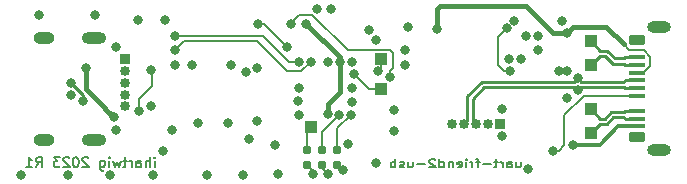
<source format=gbr>
%TF.GenerationSoftware,KiCad,Pcbnew,7.0.2-0*%
%TF.CreationDate,2023-12-30T15:56:12-08:00*%
%TF.ProjectId,uart-friend2-usb,75617274-2d66-4726-9965-6e64322d7573,rev?*%
%TF.SameCoordinates,PX7735940PY6e263e0*%
%TF.FileFunction,Copper,L4,Bot*%
%TF.FilePolarity,Positive*%
%FSLAX46Y46*%
G04 Gerber Fmt 4.6, Leading zero omitted, Abs format (unit mm)*
G04 Created by KiCad (PCBNEW 7.0.2-0) date 2023-12-30 15:56:12*
%MOMM*%
%LPD*%
G01*
G04 APERTURE LIST*
G04 Aperture macros list*
%AMRoundRect*
0 Rectangle with rounded corners*
0 $1 Rounding radius*
0 $2 $3 $4 $5 $6 $7 $8 $9 X,Y pos of 4 corners*
0 Add a 4 corners polygon primitive as box body*
4,1,4,$2,$3,$4,$5,$6,$7,$8,$9,$2,$3,0*
0 Add four circle primitives for the rounded corners*
1,1,$1+$1,$2,$3*
1,1,$1+$1,$4,$5*
1,1,$1+$1,$6,$7*
1,1,$1+$1,$8,$9*
0 Add four rect primitives between the rounded corners*
20,1,$1+$1,$2,$3,$4,$5,0*
20,1,$1+$1,$4,$5,$6,$7,0*
20,1,$1+$1,$6,$7,$8,$9,0*
20,1,$1+$1,$8,$9,$2,$3,0*%
G04 Aperture macros list end*
%ADD10C,0.152400*%
%TA.AperFunction,NonConductor*%
%ADD11C,0.152400*%
%TD*%
%TA.AperFunction,ComponentPad*%
%ADD12O,2.100000X1.000000*%
%TD*%
%TA.AperFunction,ComponentPad*%
%ADD13O,1.800000X1.000000*%
%TD*%
%TA.AperFunction,SMDPad,CuDef*%
%ADD14R,1.000000X1.000000*%
%TD*%
%TA.AperFunction,ComponentPad*%
%ADD15R,0.850000X0.850000*%
%TD*%
%TA.AperFunction,ComponentPad*%
%ADD16O,0.850000X0.850000*%
%TD*%
%TA.AperFunction,ConnectorPad*%
%ADD17C,0.784860*%
%TD*%
%TA.AperFunction,SMDPad,CuDef*%
%ADD18RoundRect,0.095000X-0.575000X0.095000X-0.575000X-0.095000X0.575000X-0.095000X0.575000X0.095000X0*%
%TD*%
%TA.AperFunction,ComponentPad*%
%ADD19O,2.030000X1.000000*%
%TD*%
%TA.AperFunction,SMDPad,CuDef*%
%ADD20RoundRect,0.095000X-0.575000X0.305000X-0.575000X-0.305000X0.575000X-0.305000X0.575000X0.305000X0*%
%TD*%
%TA.AperFunction,ViaPad*%
%ADD21C,0.812800*%
%TD*%
%TA.AperFunction,Conductor*%
%ADD22C,0.203200*%
%TD*%
%TA.AperFunction,Conductor*%
%ADD23C,0.304800*%
%TD*%
%TA.AperFunction,Conductor*%
%ADD24C,0.457200*%
%TD*%
%TA.AperFunction,Conductor*%
%ADD25C,0.266700*%
%TD*%
%TA.AperFunction,Conductor*%
%ADD26C,0.254000*%
%TD*%
G04 APERTURE END LIST*
D10*
D11*
X42683333Y1802334D02*
X42683333Y1335667D01*
X43047619Y1802334D02*
X43047619Y1435667D01*
X43047619Y1435667D02*
X43007142Y1369000D01*
X43007142Y1369000D02*
X42926190Y1335667D01*
X42926190Y1335667D02*
X42804761Y1335667D01*
X42804761Y1335667D02*
X42723809Y1369000D01*
X42723809Y1369000D02*
X42683333Y1402334D01*
X41914285Y1335667D02*
X41914285Y1702334D01*
X41914285Y1702334D02*
X41954761Y1769000D01*
X41954761Y1769000D02*
X42035713Y1802334D01*
X42035713Y1802334D02*
X42197618Y1802334D01*
X42197618Y1802334D02*
X42278571Y1769000D01*
X41914285Y1369000D02*
X41995237Y1335667D01*
X41995237Y1335667D02*
X42197618Y1335667D01*
X42197618Y1335667D02*
X42278571Y1369000D01*
X42278571Y1369000D02*
X42319047Y1435667D01*
X42319047Y1435667D02*
X42319047Y1502334D01*
X42319047Y1502334D02*
X42278571Y1569000D01*
X42278571Y1569000D02*
X42197618Y1602334D01*
X42197618Y1602334D02*
X41995237Y1602334D01*
X41995237Y1602334D02*
X41914285Y1635667D01*
X41509523Y1335667D02*
X41509523Y1802334D01*
X41509523Y1669000D02*
X41469046Y1735667D01*
X41469046Y1735667D02*
X41428570Y1769000D01*
X41428570Y1769000D02*
X41347618Y1802334D01*
X41347618Y1802334D02*
X41266665Y1802334D01*
X41104761Y1802334D02*
X40780952Y1802334D01*
X40983333Y2035667D02*
X40983333Y1435667D01*
X40983333Y1435667D02*
X40942856Y1369000D01*
X40942856Y1369000D02*
X40861904Y1335667D01*
X40861904Y1335667D02*
X40780952Y1335667D01*
X40497619Y1602334D02*
X39850000Y1602334D01*
X39566666Y1802334D02*
X39242857Y1802334D01*
X39445238Y1335667D02*
X39445238Y1935667D01*
X39445238Y1935667D02*
X39404761Y2002334D01*
X39404761Y2002334D02*
X39323809Y2035667D01*
X39323809Y2035667D02*
X39242857Y2035667D01*
X38959524Y1335667D02*
X38959524Y1802334D01*
X38959524Y1669000D02*
X38919047Y1735667D01*
X38919047Y1735667D02*
X38878571Y1769000D01*
X38878571Y1769000D02*
X38797619Y1802334D01*
X38797619Y1802334D02*
X38716666Y1802334D01*
X38433334Y1335667D02*
X38433334Y1802334D01*
X38433334Y2035667D02*
X38473810Y2002334D01*
X38473810Y2002334D02*
X38433334Y1969000D01*
X38433334Y1969000D02*
X38392857Y2002334D01*
X38392857Y2002334D02*
X38433334Y2035667D01*
X38433334Y2035667D02*
X38433334Y1969000D01*
X37704762Y1369000D02*
X37785714Y1335667D01*
X37785714Y1335667D02*
X37947619Y1335667D01*
X37947619Y1335667D02*
X38028572Y1369000D01*
X38028572Y1369000D02*
X38069048Y1435667D01*
X38069048Y1435667D02*
X38069048Y1702334D01*
X38069048Y1702334D02*
X38028572Y1769000D01*
X38028572Y1769000D02*
X37947619Y1802334D01*
X37947619Y1802334D02*
X37785714Y1802334D01*
X37785714Y1802334D02*
X37704762Y1769000D01*
X37704762Y1769000D02*
X37664286Y1702334D01*
X37664286Y1702334D02*
X37664286Y1635667D01*
X37664286Y1635667D02*
X38069048Y1569000D01*
X37300001Y1802334D02*
X37300001Y1335667D01*
X37300001Y1735667D02*
X37259524Y1769000D01*
X37259524Y1769000D02*
X37178572Y1802334D01*
X37178572Y1802334D02*
X37057143Y1802334D01*
X37057143Y1802334D02*
X36976191Y1769000D01*
X36976191Y1769000D02*
X36935715Y1702334D01*
X36935715Y1702334D02*
X36935715Y1335667D01*
X36166667Y1335667D02*
X36166667Y2035667D01*
X36166667Y1369000D02*
X36247619Y1335667D01*
X36247619Y1335667D02*
X36409524Y1335667D01*
X36409524Y1335667D02*
X36490476Y1369000D01*
X36490476Y1369000D02*
X36530953Y1402334D01*
X36530953Y1402334D02*
X36571429Y1469000D01*
X36571429Y1469000D02*
X36571429Y1669000D01*
X36571429Y1669000D02*
X36530953Y1735667D01*
X36530953Y1735667D02*
X36490476Y1769000D01*
X36490476Y1769000D02*
X36409524Y1802334D01*
X36409524Y1802334D02*
X36247619Y1802334D01*
X36247619Y1802334D02*
X36166667Y1769000D01*
X35802381Y1969000D02*
X35761905Y2002334D01*
X35761905Y2002334D02*
X35680952Y2035667D01*
X35680952Y2035667D02*
X35478571Y2035667D01*
X35478571Y2035667D02*
X35397619Y2002334D01*
X35397619Y2002334D02*
X35357143Y1969000D01*
X35357143Y1969000D02*
X35316666Y1902334D01*
X35316666Y1902334D02*
X35316666Y1835667D01*
X35316666Y1835667D02*
X35357143Y1735667D01*
X35357143Y1735667D02*
X35842857Y1335667D01*
X35842857Y1335667D02*
X35316666Y1335667D01*
X34952381Y1602334D02*
X34304762Y1602334D01*
X33535714Y1802334D02*
X33535714Y1335667D01*
X33900000Y1802334D02*
X33900000Y1435667D01*
X33900000Y1435667D02*
X33859523Y1369000D01*
X33859523Y1369000D02*
X33778571Y1335667D01*
X33778571Y1335667D02*
X33657142Y1335667D01*
X33657142Y1335667D02*
X33576190Y1369000D01*
X33576190Y1369000D02*
X33535714Y1402334D01*
X33171428Y1369000D02*
X33090475Y1335667D01*
X33090475Y1335667D02*
X32928571Y1335667D01*
X32928571Y1335667D02*
X32847618Y1369000D01*
X32847618Y1369000D02*
X32807142Y1435667D01*
X32807142Y1435667D02*
X32807142Y1469000D01*
X32807142Y1469000D02*
X32847618Y1535667D01*
X32847618Y1535667D02*
X32928571Y1569000D01*
X32928571Y1569000D02*
X33049999Y1569000D01*
X33049999Y1569000D02*
X33130952Y1602334D01*
X33130952Y1602334D02*
X33171428Y1669000D01*
X33171428Y1669000D02*
X33171428Y1702334D01*
X33171428Y1702334D02*
X33130952Y1769000D01*
X33130952Y1769000D02*
X33049999Y1802334D01*
X33049999Y1802334D02*
X32928571Y1802334D01*
X32928571Y1802334D02*
X32847618Y1769000D01*
X32442857Y1335667D02*
X32442857Y2035667D01*
X32442857Y1769000D02*
X32361904Y1802334D01*
X32361904Y1802334D02*
X32199999Y1802334D01*
X32199999Y1802334D02*
X32119047Y1769000D01*
X32119047Y1769000D02*
X32078571Y1735667D01*
X32078571Y1735667D02*
X32038095Y1669000D01*
X32038095Y1669000D02*
X32038095Y1469000D01*
X32038095Y1469000D02*
X32078571Y1402334D01*
X32078571Y1402334D02*
X32119047Y1369000D01*
X32119047Y1369000D02*
X32199999Y1335667D01*
X32199999Y1335667D02*
X32361904Y1335667D01*
X32361904Y1335667D02*
X32442857Y1369000D01*
D10*
D11*
X12047619Y1354023D02*
X12047619Y1920690D01*
X12047619Y2204023D02*
X12088095Y2163547D01*
X12088095Y2163547D02*
X12047619Y2123071D01*
X12047619Y2123071D02*
X12007142Y2163547D01*
X12007142Y2163547D02*
X12047619Y2204023D01*
X12047619Y2204023D02*
X12047619Y2123071D01*
X11642857Y1354023D02*
X11642857Y2204023D01*
X11278571Y1354023D02*
X11278571Y1799261D01*
X11278571Y1799261D02*
X11319047Y1880214D01*
X11319047Y1880214D02*
X11399999Y1920690D01*
X11399999Y1920690D02*
X11521428Y1920690D01*
X11521428Y1920690D02*
X11602380Y1880214D01*
X11602380Y1880214D02*
X11642857Y1839738D01*
X10509523Y1354023D02*
X10509523Y1799261D01*
X10509523Y1799261D02*
X10549999Y1880214D01*
X10549999Y1880214D02*
X10630951Y1920690D01*
X10630951Y1920690D02*
X10792856Y1920690D01*
X10792856Y1920690D02*
X10873809Y1880214D01*
X10509523Y1394499D02*
X10590475Y1354023D01*
X10590475Y1354023D02*
X10792856Y1354023D01*
X10792856Y1354023D02*
X10873809Y1394499D01*
X10873809Y1394499D02*
X10914285Y1475452D01*
X10914285Y1475452D02*
X10914285Y1556404D01*
X10914285Y1556404D02*
X10873809Y1637357D01*
X10873809Y1637357D02*
X10792856Y1677833D01*
X10792856Y1677833D02*
X10590475Y1677833D01*
X10590475Y1677833D02*
X10509523Y1718309D01*
X10104761Y1354023D02*
X10104761Y1920690D01*
X10104761Y1758785D02*
X10064284Y1839738D01*
X10064284Y1839738D02*
X10023808Y1880214D01*
X10023808Y1880214D02*
X9942856Y1920690D01*
X9942856Y1920690D02*
X9861903Y1920690D01*
X9699999Y1920690D02*
X9376190Y1920690D01*
X9578571Y2204023D02*
X9578571Y1475452D01*
X9578571Y1475452D02*
X9538094Y1394499D01*
X9538094Y1394499D02*
X9457142Y1354023D01*
X9457142Y1354023D02*
X9376190Y1354023D01*
X9173809Y1920690D02*
X9011904Y1354023D01*
X9011904Y1354023D02*
X8849999Y1758785D01*
X8849999Y1758785D02*
X8688095Y1354023D01*
X8688095Y1354023D02*
X8526190Y1920690D01*
X8202381Y1354023D02*
X8202381Y1920690D01*
X8202381Y2204023D02*
X8242857Y2163547D01*
X8242857Y2163547D02*
X8202381Y2123071D01*
X8202381Y2123071D02*
X8161904Y2163547D01*
X8161904Y2163547D02*
X8202381Y2204023D01*
X8202381Y2204023D02*
X8202381Y2123071D01*
X7433333Y1920690D02*
X7433333Y1232595D01*
X7433333Y1232595D02*
X7473809Y1151642D01*
X7473809Y1151642D02*
X7514285Y1111166D01*
X7514285Y1111166D02*
X7595238Y1070690D01*
X7595238Y1070690D02*
X7716666Y1070690D01*
X7716666Y1070690D02*
X7797619Y1111166D01*
X7433333Y1394499D02*
X7514285Y1354023D01*
X7514285Y1354023D02*
X7676190Y1354023D01*
X7676190Y1354023D02*
X7757142Y1394499D01*
X7757142Y1394499D02*
X7797619Y1434976D01*
X7797619Y1434976D02*
X7838095Y1515928D01*
X7838095Y1515928D02*
X7838095Y1758785D01*
X7838095Y1758785D02*
X7797619Y1839738D01*
X7797619Y1839738D02*
X7757142Y1880214D01*
X7757142Y1880214D02*
X7676190Y1920690D01*
X7676190Y1920690D02*
X7514285Y1920690D01*
X7514285Y1920690D02*
X7433333Y1880214D01*
X6421428Y2123071D02*
X6380952Y2163547D01*
X6380952Y2163547D02*
X6299999Y2204023D01*
X6299999Y2204023D02*
X6097618Y2204023D01*
X6097618Y2204023D02*
X6016666Y2163547D01*
X6016666Y2163547D02*
X5976190Y2123071D01*
X5976190Y2123071D02*
X5935713Y2042119D01*
X5935713Y2042119D02*
X5935713Y1961166D01*
X5935713Y1961166D02*
X5976190Y1839738D01*
X5976190Y1839738D02*
X6461904Y1354023D01*
X6461904Y1354023D02*
X5935713Y1354023D01*
X5409523Y2204023D02*
X5328570Y2204023D01*
X5328570Y2204023D02*
X5247618Y2163547D01*
X5247618Y2163547D02*
X5207142Y2123071D01*
X5207142Y2123071D02*
X5166666Y2042119D01*
X5166666Y2042119D02*
X5126189Y1880214D01*
X5126189Y1880214D02*
X5126189Y1677833D01*
X5126189Y1677833D02*
X5166666Y1515928D01*
X5166666Y1515928D02*
X5207142Y1434976D01*
X5207142Y1434976D02*
X5247618Y1394499D01*
X5247618Y1394499D02*
X5328570Y1354023D01*
X5328570Y1354023D02*
X5409523Y1354023D01*
X5409523Y1354023D02*
X5490475Y1394499D01*
X5490475Y1394499D02*
X5530951Y1434976D01*
X5530951Y1434976D02*
X5571428Y1515928D01*
X5571428Y1515928D02*
X5611904Y1677833D01*
X5611904Y1677833D02*
X5611904Y1880214D01*
X5611904Y1880214D02*
X5571428Y2042119D01*
X5571428Y2042119D02*
X5530951Y2123071D01*
X5530951Y2123071D02*
X5490475Y2163547D01*
X5490475Y2163547D02*
X5409523Y2204023D01*
X4802380Y2123071D02*
X4761904Y2163547D01*
X4761904Y2163547D02*
X4680951Y2204023D01*
X4680951Y2204023D02*
X4478570Y2204023D01*
X4478570Y2204023D02*
X4397618Y2163547D01*
X4397618Y2163547D02*
X4357142Y2123071D01*
X4357142Y2123071D02*
X4316665Y2042119D01*
X4316665Y2042119D02*
X4316665Y1961166D01*
X4316665Y1961166D02*
X4357142Y1839738D01*
X4357142Y1839738D02*
X4842856Y1354023D01*
X4842856Y1354023D02*
X4316665Y1354023D01*
X4033332Y2204023D02*
X3507141Y2204023D01*
X3507141Y2204023D02*
X3790475Y1880214D01*
X3790475Y1880214D02*
X3669046Y1880214D01*
X3669046Y1880214D02*
X3588094Y1839738D01*
X3588094Y1839738D02*
X3547618Y1799261D01*
X3547618Y1799261D02*
X3507141Y1718309D01*
X3507141Y1718309D02*
X3507141Y1515928D01*
X3507141Y1515928D02*
X3547618Y1434976D01*
X3547618Y1434976D02*
X3588094Y1394499D01*
X3588094Y1394499D02*
X3669046Y1354023D01*
X3669046Y1354023D02*
X3911903Y1354023D01*
X3911903Y1354023D02*
X3992856Y1394499D01*
X3992856Y1394499D02*
X4033332Y1434976D01*
X2009522Y1354023D02*
X2292856Y1758785D01*
X2495237Y1354023D02*
X2495237Y2204023D01*
X2495237Y2204023D02*
X2171427Y2204023D01*
X2171427Y2204023D02*
X2090475Y2163547D01*
X2090475Y2163547D02*
X2049998Y2123071D01*
X2049998Y2123071D02*
X2009522Y2042119D01*
X2009522Y2042119D02*
X2009522Y1920690D01*
X2009522Y1920690D02*
X2049998Y1839738D01*
X2049998Y1839738D02*
X2090475Y1799261D01*
X2090475Y1799261D02*
X2171427Y1758785D01*
X2171427Y1758785D02*
X2495237Y1758785D01*
X1199998Y1354023D02*
X1685713Y1354023D01*
X1442856Y1354023D02*
X1442856Y2204023D01*
X1442856Y2204023D02*
X1523808Y2082595D01*
X1523808Y2082595D02*
X1604760Y2001642D01*
X1604760Y2001642D02*
X1685713Y1961166D01*
D12*
%TO.P,J1,S1,SHIELD*%
%TO.N,GND*%
X6875000Y12320000D03*
D13*
X2675000Y12320000D03*
D12*
X6875000Y3680000D03*
D13*
X2675000Y3680000D03*
%TD*%
D14*
%TO.P,TP6,1,1*%
%TO.N,/USB0_SSTX1_N*%
X49000000Y6250000D03*
%TD*%
%TO.P,TP4,1,1*%
%TO.N,/USB0_SSRX1_N*%
X49000000Y12000000D03*
%TD*%
D15*
%TO.P,P2,1,VBUS*%
%TO.N,/VBUS0*%
X41250000Y5000000D03*
D16*
%TO.P,P2,2,GND*%
%TO.N,GND*%
X40250000Y5000000D03*
%TO.P,P2,3,D+*%
%TO.N,/USB0_D_P*%
X39250000Y5000000D03*
%TO.P,P2,4,D-*%
%TO.N,/USB0_D_N*%
X38250000Y5000000D03*
%TO.P,P2,5,GND*%
%TO.N,GND*%
X37250000Y5000000D03*
%TD*%
D14*
%TO.P,TP1,1,1*%
%TO.N,/ADC1*%
X31250000Y8000000D03*
%TD*%
%TO.P,TP7,1,1*%
%TO.N,/USB0_SSTX1_P*%
X49000000Y4250000D03*
%TD*%
D15*
%TO.P,P3,1,VBUS*%
%TO.N,/VBUS1*%
X9500000Y10500000D03*
D16*
%TO.P,P3,2,GND*%
%TO.N,GND*%
X9500000Y9500000D03*
%TO.P,P3,3,D+*%
%TO.N,/USB1_D_P*%
X9500000Y8500000D03*
%TO.P,P3,4,D-*%
%TO.N,/USB1_D_N*%
X9500000Y7500000D03*
%TO.P,P3,5,GND*%
%TO.N,GND*%
X9500000Y6500000D03*
%TD*%
D14*
%TO.P,TP3,1,1*%
%TO.N,/SWD_OUT*%
X25250000Y4750000D03*
%TD*%
%TO.P,TP2,1,1*%
%TO.N,/ADC2*%
X31250000Y10500000D03*
%TD*%
D17*
%TO.P,J2,1,Pin_1*%
%TO.N,+3V3*%
X27520000Y1550000D03*
%TO.P,J2,2,Pin_2*%
%TO.N,/SWD*%
X27520000Y2820000D03*
%TO.P,J2,3,Pin_3*%
%TO.N,/SWD_RST*%
X26250000Y1550000D03*
%TO.P,J2,4,Pin_4*%
%TO.N,/SWD_CLK*%
X26250000Y2820000D03*
%TO.P,J2,5,Pin_5*%
%TO.N,GND*%
X24980000Y1550000D03*
%TO.P,J2,6,Pin_6*%
%TO.N,/SWD_OUT*%
X24980000Y2820000D03*
%TD*%
D14*
%TO.P,TP5,1,1*%
%TO.N,/USB0_SSRX1_P*%
X49000000Y10000000D03*
%TD*%
D18*
%TO.P,P4,A1,GND*%
%TO.N,GND*%
X52890000Y4810000D03*
%TO.P,P4,A2,TX1+*%
%TO.N,/USB0_SSTX1_P*%
X52890000Y5460000D03*
%TO.P,P4,A3,TX1-*%
%TO.N,/USB0_SSTX1_N*%
X52890000Y6110000D03*
%TO.P,P4,A5,CC*%
%TO.N,/P4_CC*%
X52890000Y7410000D03*
%TO.P,P4,A6,D+*%
%TO.N,/USB0_D_P*%
X52890000Y8060000D03*
%TO.P,P4,A7,D-*%
%TO.N,/USB0_D_N*%
X52890000Y8710000D03*
%TO.P,P4,A9,VBUS*%
%TO.N,/VBUS0*%
X52890000Y9360000D03*
%TO.P,P4,B10,RX1-*%
%TO.N,/USB0_SSRX1_N*%
X52890000Y10660000D03*
%TO.P,P4,B11,RX1+*%
%TO.N,/USB0_SSRX1_P*%
X52890000Y10010000D03*
D19*
%TO.P,P4,SH1*%
%TO.N,N/C*%
X54750000Y13225000D03*
D20*
X52890000Y12100000D03*
X52890000Y3900000D03*
D19*
X54750000Y2775000D03*
%TD*%
D21*
%TO.N,GND*%
X8289775Y710700D03*
X4750000Y719523D03*
X750000Y710700D03*
%TO.N,+3V3*%
X26750000Y10250000D03*
X32300000Y6191698D03*
X43500000Y12500000D03*
X24200000Y7000000D03*
X19800000Y9400000D03*
X44500000Y12500000D03*
X30818415Y12125976D03*
X28000000Y1100000D03*
X44500000Y11250000D03*
%TO.N,GND*%
X11898606Y727274D03*
X30750000Y1750000D03*
X27000000Y14789300D03*
X43634605Y1194755D03*
X41500000Y4000000D03*
X30200000Y13000000D03*
X33500000Y13250000D03*
X33250000Y11250000D03*
X8750000Y4500000D03*
X24250000Y8050000D03*
X15250000Y10000000D03*
X28750000Y6900000D03*
X20727578Y5236856D03*
X7000000Y14250000D03*
X18227959Y5080100D03*
X20000000Y3750000D03*
X28750000Y10300000D03*
X11750000Y6500000D03*
X13500000Y4500000D03*
X42090100Y10539791D03*
X25500000Y750000D03*
X19500000Y710700D03*
X41500000Y6250000D03*
X32300000Y4400000D03*
X13750000Y10000000D03*
X22250000Y3250000D03*
X20733568Y9793145D03*
X28750000Y8050000D03*
X43100000Y10539791D03*
X47000000Y7250000D03*
X47500000Y3250000D03*
X24250000Y5800000D03*
X22500000Y750000D03*
X28400000Y3300000D03*
X8750000Y11500000D03*
X46500000Y13750000D03*
X15727959Y5080100D03*
X18500000Y10000000D03*
X12750000Y2750000D03*
X16500000Y710700D03*
X2250000Y14250000D03*
X25800000Y14789300D03*
X46250000Y9500000D03*
X47000000Y9500000D03*
X33250000Y10000000D03*
%TO.N,VDD*%
X27750000Y10250000D03*
X24900000Y13500000D03*
X26700000Y5891698D03*
%TO.N,VBUS*%
X10600000Y13800000D03*
X41875000Y13125000D03*
X12900000Y13800000D03*
X42500000Y13750000D03*
X42100000Y9500000D03*
%TO.N,/VBUS1*%
X11750000Y9600000D03*
X6250000Y9750000D03*
X8600000Y5600000D03*
X10700000Y6100000D03*
%TO.N,/VBUS0*%
X47000000Y12750000D03*
X35975988Y13035217D03*
%TO.N,/U1_EEPROM_SS_L*%
X20800000Y13500000D03*
X23250000Y11550000D03*
%TO.N,/U1_BOOT*%
X32000000Y9000000D03*
X23600000Y13500000D03*
%TO.N,/SWD_CLK*%
X27671646Y5767037D03*
%TO.N,/SWD*%
X28636147Y5747319D03*
%TO.N,/SWD_RST*%
X26750000Y750000D03*
%TO.N,Net-(U1-QSPI_SD2)*%
X13750000Y11250000D03*
X25250000Y10300000D03*
%TO.N,/U1_EEPROM_SD1*%
X24250000Y10300000D03*
X13750000Y12500000D03*
%TO.N,/P4_CC*%
X45750000Y2750000D03*
%TO.N,/ADC1*%
X28963133Y9260055D03*
%TO.N,/ADC2*%
X30997313Y9495899D03*
%TO.N,/USB1_D_N*%
X5000000Y7504700D03*
%TO.N,/USB1_D_P*%
X5997783Y6977498D03*
X5000000Y8495300D03*
%TO.N,/USB0_D_N*%
X47854649Y8880300D03*
%TO.N,/USB0_D_P*%
X47854649Y7889700D03*
%TD*%
D22*
%TO.N,+3V3*%
X27970000Y1100000D02*
X27520000Y1550000D01*
X28000000Y1100000D02*
X27970000Y1100000D01*
%TO.N,GND*%
X25500000Y750000D02*
X25500000Y1030000D01*
D23*
X52890000Y4810000D02*
X51310000Y4810000D01*
X51310000Y4810000D02*
X49750000Y3250000D01*
D22*
X25500000Y1030000D02*
X24980000Y1550000D01*
D23*
X49750000Y3250000D02*
X47500000Y3250000D01*
D24*
%TO.N,VDD*%
X27750000Y7750000D02*
X26700000Y6700000D01*
X27750000Y10650000D02*
X27750000Y10250000D01*
X26700000Y6700000D02*
X26700000Y5891698D01*
X24900000Y13500000D02*
X27750000Y10650000D01*
X27750000Y10250000D02*
X27750000Y7750000D01*
D22*
%TO.N,VBUS*%
X41100000Y10000000D02*
X41100000Y12350000D01*
X41600000Y9500000D02*
X41100000Y10000000D01*
X41100000Y12350000D02*
X41875000Y13125000D01*
X42100000Y9500000D02*
X41600000Y9500000D01*
%TO.N,/VBUS1*%
X10700000Y6100000D02*
X10700000Y7100000D01*
X10700000Y7100000D02*
X11800000Y8200000D01*
X11800000Y9550000D02*
X11750000Y9600000D01*
D24*
X7889763Y6325000D02*
X6263851Y7950912D01*
X6263851Y7950912D02*
X6263851Y9736149D01*
X6263851Y9736149D02*
X6250000Y9750000D01*
X7889763Y6310237D02*
X8600000Y5600000D01*
X7889763Y6325000D02*
X7889763Y6310237D01*
D22*
X11800000Y8200000D02*
X11800000Y9550000D01*
%TO.N,/VBUS0*%
X53463561Y11250000D02*
X52250000Y11250000D01*
X52250000Y11250000D02*
X51750000Y11750000D01*
D24*
X36216600Y14966600D02*
X43533400Y14966600D01*
D22*
X53403561Y9360000D02*
X54000000Y9956439D01*
D24*
X47000000Y12750000D02*
X47500000Y13250000D01*
X45750000Y12750000D02*
X47000000Y12750000D01*
D22*
X52890000Y9360000D02*
X53403561Y9360000D01*
D24*
X50250000Y13250000D02*
X51750000Y11750000D01*
X47500000Y13250000D02*
X50250000Y13250000D01*
X35975988Y14725988D02*
X36216600Y14966600D01*
D22*
X54000000Y10713561D02*
X53463561Y11250000D01*
X54000000Y9956439D02*
X54000000Y10713561D01*
D24*
X43533400Y14966600D02*
X45750000Y12750000D01*
X35975988Y13035217D02*
X35975988Y14725988D01*
D25*
%TO.N,/USB0_SSTX1_P*%
X51884999Y5460000D02*
X52890000Y5460000D01*
X50877060Y5562750D02*
X51782249Y5562750D01*
X51782249Y5562750D02*
X51884999Y5460000D01*
X49777750Y5027750D02*
X50342060Y5027750D01*
X50342060Y5027750D02*
X50877060Y5562750D01*
X49000000Y4250000D02*
X49777750Y5027750D01*
%TO.N,/USB0_SSTX1_N*%
X49000000Y6250000D02*
X49777750Y5472250D01*
X51884999Y6110000D02*
X52890000Y6110000D01*
X50157940Y5472250D02*
X50692940Y6007250D01*
X49777750Y5472250D02*
X50157940Y5472250D01*
X51782249Y6007250D02*
X51884999Y6110000D01*
X50692940Y6007250D02*
X51782249Y6007250D01*
%TO.N,/USB0_SSRX1_P*%
X50822940Y10112750D02*
X51782249Y10112750D01*
X49000000Y10000000D02*
X49777750Y10777750D01*
X49777750Y10777750D02*
X50157940Y10777750D01*
X51782249Y10112750D02*
X51884999Y10010000D01*
X51884999Y10010000D02*
X52890000Y10010000D01*
X50157940Y10777750D02*
X50822940Y10112750D01*
D22*
%TO.N,/U1_EEPROM_SS_L*%
X20800000Y13500000D02*
X21300000Y13500000D01*
X21300000Y13500000D02*
X23250000Y11550000D01*
%TO.N,/U1_BOOT*%
X25405353Y14250000D02*
X28401353Y11254000D01*
X32004000Y11254000D02*
X32250000Y11008000D01*
X24000000Y14000000D02*
X24250000Y14250000D01*
X32250000Y11008000D02*
X32250000Y9750000D01*
X24250000Y14250000D02*
X25405353Y14250000D01*
X23600000Y13500000D02*
X23600000Y13600000D01*
X23600000Y13600000D02*
X24000000Y14000000D01*
X28401353Y11254000D02*
X32004000Y11254000D01*
X32000000Y9500000D02*
X32250000Y9750000D01*
X32000000Y9000000D02*
X32000000Y9500000D01*
%TO.N,/SWD_CLK*%
X26250000Y4345391D02*
X27671646Y5767037D01*
X26250000Y2820000D02*
X26250000Y4345391D01*
%TO.N,/SWD*%
X27520000Y2820000D02*
X27520000Y4631172D01*
X27520000Y4631172D02*
X28636147Y5747319D01*
D25*
%TO.N,/USB0_SSRX1_N*%
X51007060Y10557250D02*
X51782249Y10557250D01*
X51782249Y10557250D02*
X51884999Y10660000D01*
X51884999Y10660000D02*
X52890000Y10660000D01*
X50342060Y11222250D02*
X51007060Y10557250D01*
X49000000Y12000000D02*
X49777750Y11222250D01*
X49777750Y11222250D02*
X50342060Y11222250D01*
D22*
%TO.N,/SWD_RST*%
X26250000Y1250000D02*
X26750000Y750000D01*
X26250000Y1550000D02*
X26250000Y1250000D01*
%TO.N,/SWD_OUT*%
X24980000Y2820000D02*
X24980000Y4480000D01*
X24980000Y4480000D02*
X25250000Y4750000D01*
%TO.N,Net-(U1-QSPI_SD2)*%
X20750000Y12000000D02*
X23250000Y9500000D01*
X13750000Y11250000D02*
X14500000Y12000000D01*
X14500000Y12000000D02*
X20750000Y12000000D01*
X24450000Y9500000D02*
X25250000Y10300000D01*
X23250000Y9500000D02*
X24450000Y9500000D01*
%TO.N,/U1_EEPROM_SD1*%
X21250000Y12500000D02*
X23450000Y10300000D01*
X23450000Y10300000D02*
X24250000Y10300000D01*
X13750000Y12500000D02*
X21250000Y12500000D01*
%TO.N,/P4_CC*%
X45750000Y2750000D02*
X46250000Y2750000D01*
X46750000Y5750000D02*
X48410000Y7410000D01*
X48410000Y7410000D02*
X52890000Y7410000D01*
X46750000Y3250000D02*
X46750000Y5750000D01*
X46250000Y2750000D02*
X46750000Y3250000D01*
%TO.N,/ADC1*%
X31250000Y8000000D02*
X30223188Y8000000D01*
X30223188Y8000000D02*
X28963133Y9260055D01*
%TO.N,/ADC2*%
X31250000Y10500000D02*
X31250000Y9748586D01*
X31250000Y9748586D02*
X30997313Y9495899D01*
D26*
%TO.N,/USB1_D_P*%
X5997783Y7497517D02*
X5997783Y6977498D01*
X5000000Y8495300D02*
X5997783Y7497517D01*
D25*
%TO.N,/USB0_D_N*%
X39792940Y8607250D02*
X38527750Y7342060D01*
X51884999Y8710000D02*
X51782249Y8607250D01*
X51782249Y8607250D02*
X48127699Y8607250D01*
X47581599Y8607250D02*
X39792940Y8607250D01*
X47854649Y8880300D02*
X47581599Y8607250D01*
X38527750Y7342060D02*
X38527750Y5277750D01*
X38527750Y5277750D02*
X38250000Y5000000D01*
X48127699Y8607250D02*
X47854649Y8880300D01*
X52890000Y8710000D02*
X51884999Y8710000D01*
%TO.N,/USB0_D_P*%
X38972250Y7157940D02*
X38972250Y5277750D01*
X48127699Y8162750D02*
X47854649Y7889700D01*
X39977060Y8162750D02*
X38972250Y7157940D01*
X52890000Y8060000D02*
X51884999Y8060000D01*
X38972250Y5277750D02*
X39250000Y5000000D01*
X47854649Y7889700D02*
X47581599Y8162750D01*
X51782249Y8162750D02*
X48127699Y8162750D01*
X47581599Y8162750D02*
X39977060Y8162750D01*
X51884999Y8060000D02*
X51782249Y8162750D01*
%TD*%
M02*

</source>
